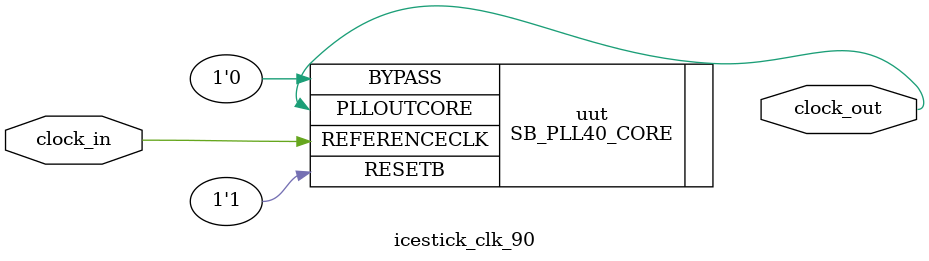
<source format=v>
module icestick_clk_90(     
  input  clock_in,
  output clock_out
);

  SB_PLL40_CORE #(.FEEDBACK_PATH("SIMPLE"),
                  .PLLOUT_SELECT("GENCLK"),
                  .DIVR(4'b0000),
                  .DIVF(7'b0111011), 
                  .DIVQ(3'b011),
                  .FILTER_RANGE(3'b001),
                 ) uut (
                         .REFERENCECLK(clock_in),
                         .PLLOUTCORE(clock_out),
                         .RESETB(1'b1),
                         .BYPASS(1'b0)
                        );

endmodule

</source>
